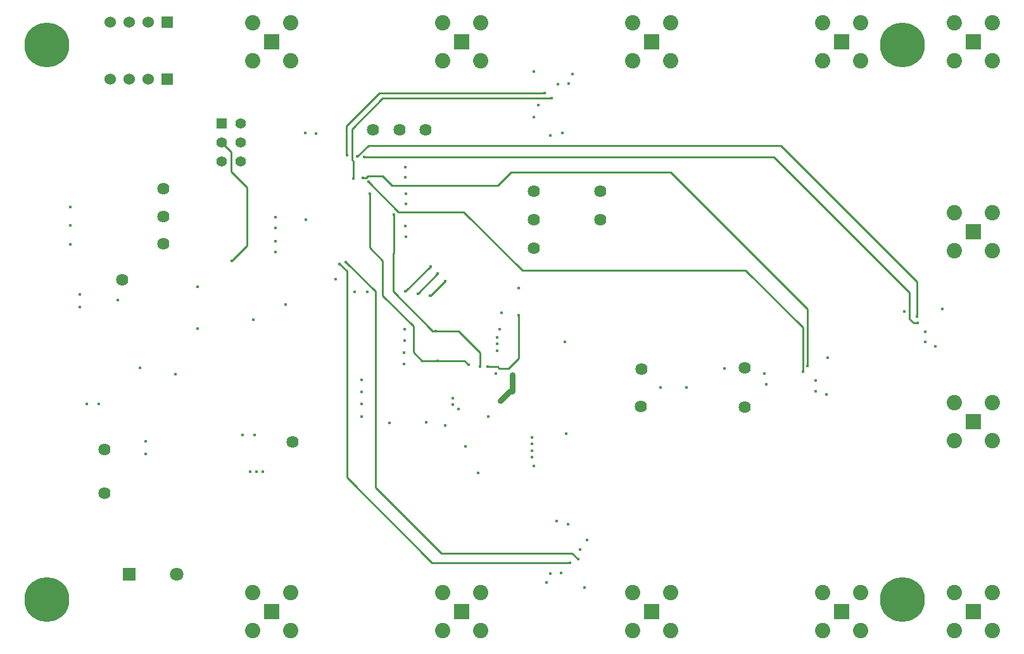
<source format=gbl>
G04*
G04 #@! TF.GenerationSoftware,Altium Limited,Altium Designer,23.2.1 (34)*
G04*
G04 Layer_Physical_Order=4*
G04 Layer_Color=16711680*
%FSLAX25Y25*%
%MOIN*%
G70*
G04*
G04 #@! TF.SameCoordinates,DCD1C9D7-C552-47EB-8D17-ADC449AF66F1*
G04*
G04*
G04 #@! TF.FilePolarity,Positive*
G04*
G01*
G75*
%ADD15C,0.01000*%
%ADD73C,0.02837*%
%ADD78C,0.06400*%
%ADD79C,0.23622*%
%ADD80C,0.05504*%
%ADD81R,0.05504X0.05504*%
%ADD82R,0.08071X0.08071*%
%ADD83C,0.08071*%
%ADD84C,0.06000*%
%ADD85R,0.06000X0.06000*%
%ADD86C,0.07087*%
%ADD87R,0.07087X0.07087*%
%ADD88R,0.08071X0.08071*%
%ADD89C,0.01772*%
D15*
X266200Y288807D02*
Y296200D01*
X266152Y288759D02*
X266200Y288807D01*
X276181Y288000D02*
X281300D01*
X275397Y288784D02*
X276181Y288000D01*
X270069Y288784D02*
X275397D01*
X254800Y307600D02*
X266200Y296200D01*
X235700Y292000D02*
X243900D01*
X258000D02*
X260200Y289800D01*
X243900Y292000D02*
X258000D01*
X192100Y343000D02*
X192300D01*
X196100Y339200D01*
X220900Y348746D02*
Y368800D01*
X220400Y348246D02*
X220900Y348746D01*
X220400Y328400D02*
Y348246D01*
X421000Y399100D02*
X492300Y327800D01*
X205108Y399100D02*
X421000D01*
X204400Y388300D02*
X204466Y388366D01*
X206186D01*
X207120Y389300D01*
X214900D01*
X207400Y405300D02*
X424400D01*
X201700Y399600D02*
X207400Y405300D01*
X198800Y397820D02*
Y414000D01*
Y397820D02*
X199621Y397000D01*
Y387966D02*
Y397000D01*
X196000Y400184D02*
X196111Y400074D01*
X196000Y400184D02*
Y415500D01*
X492300Y314000D02*
X494493Y311807D01*
X496698D01*
X286500Y293200D02*
Y315800D01*
X281300Y288000D02*
X286500Y293200D01*
X242800Y307600D02*
X254800D01*
X241200D02*
X242800D01*
X220400Y328400D02*
X241200Y307600D01*
X208200Y351400D02*
X214900Y344700D01*
X208200Y351400D02*
Y380000D01*
X214900Y326300D02*
Y344700D01*
Y326300D02*
X231100Y310100D01*
Y296600D02*
Y310100D01*
Y296600D02*
X235700Y292000D01*
X245900Y190700D02*
X314500D01*
X317800Y187400D01*
X211300Y225300D02*
X245900Y190700D01*
X211300Y225300D02*
Y328400D01*
X195700Y344000D02*
X211300Y328400D01*
X196100Y230500D02*
X240900Y185700D01*
X313700D01*
X196100Y230500D02*
Y339200D01*
X436101Y286144D02*
Y309399D01*
X406000Y339500D02*
X436101Y309399D01*
X288400Y339500D02*
X406000D01*
X257600Y370300D02*
X288400Y339500D01*
X223300Y370300D02*
X257600D01*
X282600Y391200D02*
X366400D01*
X438500Y319100D01*
X275700Y384300D02*
X282600Y391200D01*
X207400Y386200D02*
X223300Y370300D01*
X438500Y289300D02*
Y319100D01*
X219900Y384300D02*
X275700D01*
X214900Y389300D02*
X219900Y384300D01*
X492300Y314000D02*
Y327800D01*
X496100Y315200D02*
Y333600D01*
X424400Y405300D02*
X496100Y333600D01*
X196000Y415500D02*
X213300Y432800D01*
X300300D01*
X198800Y414000D02*
X214900Y430100D01*
X303800D01*
X239950Y326150D02*
X240100D01*
X247850Y333900D01*
X248000D01*
X233450Y327250D02*
Y327300D01*
X243900Y337750D01*
Y337800D01*
X226850Y328400D02*
X240150Y341700D01*
X226800Y328400D02*
X226850D01*
X240150Y341700D02*
X240200D01*
X130100Y406900D02*
X135200Y401800D01*
Y391500D02*
Y401800D01*
Y391500D02*
X143400Y383300D01*
Y352600D02*
Y383300D01*
X135400Y344600D02*
X143400Y352600D01*
D73*
X281840Y275900D02*
X283300D01*
X276873Y270933D02*
X281840Y275900D01*
X283300D02*
Y284400D01*
D78*
X405400Y267700D02*
D03*
X351000Y267800D02*
D03*
X405400Y288300D02*
D03*
X351200Y287700D02*
D03*
X294500Y381200D02*
D03*
Y351200D02*
D03*
X223750Y413400D02*
D03*
X329500Y366200D02*
D03*
X294500D02*
D03*
X329500Y381200D02*
D03*
X99500Y367950D02*
D03*
X68500Y245200D02*
D03*
Y222200D02*
D03*
X167547Y249146D02*
D03*
X77900Y334500D02*
D03*
X210000Y413400D02*
D03*
X237500D02*
D03*
X99500Y353400D02*
D03*
Y382500D02*
D03*
D79*
X488500Y458300D02*
D03*
X38200D02*
D03*
X488500Y166200D02*
D03*
X38200D02*
D03*
D80*
X140100Y406900D02*
D03*
Y396900D02*
D03*
X130100Y406900D02*
D03*
Y396900D02*
D03*
X140100Y416900D02*
D03*
D81*
X130100D02*
D03*
D82*
X356600Y159800D02*
D03*
X456600D02*
D03*
X156600D02*
D03*
X256600D02*
D03*
Y459800D02*
D03*
X156600D02*
D03*
X456600D02*
D03*
X356600D02*
D03*
D83*
X346600Y149800D02*
D03*
X366600D02*
D03*
Y169800D02*
D03*
X346600D02*
D03*
X446600Y149800D02*
D03*
X466600D02*
D03*
Y169800D02*
D03*
X446600D02*
D03*
X146600Y149800D02*
D03*
X166600D02*
D03*
Y169800D02*
D03*
X146600D02*
D03*
X246600Y149800D02*
D03*
X266600D02*
D03*
Y169800D02*
D03*
X246600D02*
D03*
X535900Y149800D02*
D03*
Y169800D02*
D03*
X515900D02*
D03*
Y149800D02*
D03*
X535900Y349800D02*
D03*
Y369800D02*
D03*
X515900D02*
D03*
Y349800D02*
D03*
X535900Y249800D02*
D03*
Y269800D02*
D03*
X515900D02*
D03*
Y249800D02*
D03*
X266600Y449800D02*
D03*
X246600D02*
D03*
Y469800D02*
D03*
X266600D02*
D03*
X166600Y449800D02*
D03*
X146600D02*
D03*
Y469800D02*
D03*
X166600D02*
D03*
X466600D02*
D03*
X446600D02*
D03*
Y449800D02*
D03*
X466600D02*
D03*
X366600Y469800D02*
D03*
X346600D02*
D03*
Y449800D02*
D03*
X366600D02*
D03*
X515900D02*
D03*
Y469800D02*
D03*
X535900D02*
D03*
Y449800D02*
D03*
D84*
X71500Y470200D02*
D03*
X81500D02*
D03*
X91500D02*
D03*
X71500Y440200D02*
D03*
X81500D02*
D03*
X91500D02*
D03*
D85*
X101500Y470200D02*
D03*
Y440200D02*
D03*
D86*
X106500Y179700D02*
D03*
D87*
X81500D02*
D03*
D88*
X525900Y159800D02*
D03*
Y359800D02*
D03*
Y259800D02*
D03*
Y459800D02*
D03*
D89*
X266152Y288759D02*
D03*
X270069Y288784D02*
D03*
X274700Y285300D02*
D03*
X260200Y289800D02*
D03*
X151900Y233700D02*
D03*
X276873Y270933D02*
D03*
X443000Y275900D02*
D03*
X500600Y301900D02*
D03*
X270400Y262400D02*
D03*
X174581Y366379D02*
D03*
X192100Y343000D02*
D03*
X220900Y368800D02*
D03*
X205108Y399100D02*
D03*
X204400Y388300D02*
D03*
X201700Y399600D02*
D03*
X199621Y387966D02*
D03*
X196111Y400074D02*
D03*
X306500Y207400D02*
D03*
X319000Y192400D02*
D03*
X322600Y197407D02*
D03*
X294400Y420200D02*
D03*
X296995Y426420D02*
D03*
X303220Y410713D02*
D03*
X416972Y279628D02*
D03*
X415800Y285100D02*
D03*
X489500Y317900D02*
D03*
X496698Y311807D02*
D03*
X506000Y299400D02*
D03*
X276600Y308700D02*
D03*
X294600Y236600D02*
D03*
X394905Y288000D02*
D03*
X311024Y301932D02*
D03*
X311500Y253500D02*
D03*
X361305Y277900D02*
D03*
X374805Y277800D02*
D03*
X283300Y284400D02*
D03*
X286500Y315800D02*
D03*
Y330300D02*
D03*
X254840Y266649D02*
D03*
X252000Y268900D02*
D03*
X275200Y297300D02*
D03*
Y300800D02*
D03*
Y304300D02*
D03*
X293682Y248190D02*
D03*
Y244690D02*
D03*
Y241190D02*
D03*
X148600Y233700D02*
D03*
X293682Y251690D02*
D03*
X59300Y269200D02*
D03*
X252000Y272100D02*
D03*
X204000Y262700D02*
D03*
X203900Y275600D02*
D03*
X204000Y269300D02*
D03*
X203800Y281800D02*
D03*
X218700Y259300D02*
D03*
X301100Y175200D02*
D03*
X321300Y172500D02*
D03*
X448500Y274100D02*
D03*
X449200Y293700D02*
D03*
X509400Y319200D02*
D03*
X315000Y442800D02*
D03*
X294700Y444200D02*
D03*
X50600Y373000D02*
D03*
X50500Y363200D02*
D03*
Y353200D02*
D03*
X309700Y412000D02*
D03*
X312700Y205800D02*
D03*
X179800Y411700D02*
D03*
X174200Y412000D02*
D03*
X158700Y367600D02*
D03*
X158600Y362000D02*
D03*
X158700Y355000D02*
D03*
Y349200D02*
D03*
X200200Y328100D02*
D03*
X206900D02*
D03*
X226900Y394000D02*
D03*
Y388500D02*
D03*
X227200Y374500D02*
D03*
Y379900D02*
D03*
Y357300D02*
D03*
X226900Y363000D02*
D03*
X248000Y258000D02*
D03*
X307200Y437700D02*
D03*
X313000Y437800D02*
D03*
X500600Y307300D02*
D03*
X443000Y281400D02*
D03*
X309000Y180100D02*
D03*
X303200Y180000D02*
D03*
X265200Y232800D02*
D03*
X277500Y317300D02*
D03*
X226400Y308700D02*
D03*
Y302500D02*
D03*
X226300Y296300D02*
D03*
X226200Y290200D02*
D03*
X238000Y259400D02*
D03*
X258600Y246800D02*
D03*
X190200Y335000D02*
D03*
X163800Y321700D02*
D03*
X146900Y313400D02*
D03*
X117600Y330800D02*
D03*
Y308900D02*
D03*
X55400Y320300D02*
D03*
X90100Y249400D02*
D03*
X145300Y233700D02*
D03*
X147700Y252800D02*
D03*
X141100Y252900D02*
D03*
X65700Y269300D02*
D03*
X242800Y307600D02*
D03*
X243900Y292000D02*
D03*
X208200Y380000D02*
D03*
X317800Y187400D02*
D03*
X195700Y344000D02*
D03*
X313700Y185700D02*
D03*
X436101Y286144D02*
D03*
X438500Y289300D02*
D03*
X207400Y386200D02*
D03*
X496100Y315200D02*
D03*
X300300Y432800D02*
D03*
X303800Y430100D02*
D03*
X248000Y333900D02*
D03*
X239950Y326150D02*
D03*
X243900Y337800D02*
D03*
X233450Y327250D02*
D03*
X240200Y341700D02*
D03*
X226800Y328400D02*
D03*
X135400Y344600D02*
D03*
X87200Y288100D02*
D03*
X106000Y285000D02*
D03*
X55700Y327000D02*
D03*
X75562Y323762D02*
D03*
X90100Y243000D02*
D03*
M02*

</source>
